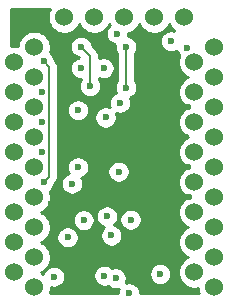
<source format=gbr>
G04 #@! TF.GenerationSoftware,KiCad,Pcbnew,5.1.5+dfsg1-2build2*
G04 #@! TF.CreationDate,2023-07-02T11:19:25+01:00*
G04 #@! TF.ProjectId,hd36106_replacement,68643336-3130-4365-9f72-65706c616365,rev?*
G04 #@! TF.SameCoordinates,Original*
G04 #@! TF.FileFunction,Copper,L3,Inr*
G04 #@! TF.FilePolarity,Positive*
%FSLAX46Y46*%
G04 Gerber Fmt 4.6, Leading zero omitted, Abs format (unit mm)*
G04 Created by KiCad (PCBNEW 5.1.5+dfsg1-2build2) date 2023-07-02 11:19:25*
%MOMM*%
%LPD*%
G04 APERTURE LIST*
%ADD10C,1.524000*%
%ADD11C,0.600000*%
%ADD12C,0.200000*%
%ADD13C,0.254000*%
G04 APERTURE END LIST*
D10*
X119330000Y-88000000D03*
X119330000Y-90540000D03*
X119330000Y-93080000D03*
X119330000Y-95620000D03*
X119330000Y-98160000D03*
X119330000Y-100700000D03*
X119330000Y-103240000D03*
X119330000Y-105780000D03*
X134570000Y-105780000D03*
X134570000Y-103240000D03*
X134570000Y-100700000D03*
X134570000Y-98160000D03*
X134570000Y-95620000D03*
X134570000Y-93080000D03*
X134570000Y-90540000D03*
X134570000Y-88000000D03*
X121000000Y-107070000D03*
X121000000Y-104530000D03*
X121000000Y-101990000D03*
X121000000Y-99450000D03*
X121000000Y-96910000D03*
X121000000Y-94370000D03*
X121000000Y-91830000D03*
X121000000Y-89290000D03*
X121000000Y-86750000D03*
X123540000Y-84210000D03*
X126080000Y-84210000D03*
X128620000Y-84210000D03*
X131160000Y-84210000D03*
X133700000Y-84210000D03*
X136240000Y-86750000D03*
X136240000Y-89290000D03*
X136240000Y-91830000D03*
X136240000Y-94370000D03*
X136240000Y-96910000D03*
X136240000Y-99450000D03*
X136240000Y-101990000D03*
X136240000Y-104530000D03*
X136240000Y-107070000D03*
D11*
X122682000Y-106172000D03*
X131402002Y-107061000D03*
X125452500Y-104671500D03*
X125730000Y-95377000D03*
X124333000Y-89789000D03*
X121666000Y-93091000D03*
X121666000Y-95631000D03*
X121666000Y-90551000D03*
X119253000Y-86233000D03*
X133985000Y-91821000D03*
X122428000Y-100017500D03*
X133858000Y-94361000D03*
X134112000Y-99441000D03*
X133985000Y-96901000D03*
X124402001Y-90678000D03*
X124714000Y-92075000D03*
X124714000Y-96901000D03*
X129159000Y-101346000D03*
X129032000Y-107569000D03*
X123825000Y-102846500D03*
X121793000Y-98171000D03*
X121799998Y-87930121D03*
X126873000Y-88512500D03*
X125183818Y-101384182D03*
X124968000Y-88517100D03*
X126944152Y-106084010D03*
X127531500Y-102682998D03*
X127889000Y-106299000D03*
X131669041Y-105939393D03*
X132588000Y-86233000D03*
X128016000Y-85598000D03*
X128778000Y-90170000D03*
X128778000Y-86687500D03*
X125730000Y-90043000D03*
X124968000Y-86692100D03*
X128143000Y-97282000D03*
X128270000Y-91451500D03*
X133970000Y-86819127D03*
X127041270Y-92691746D03*
X127158968Y-101058225D03*
X124206000Y-98298000D03*
D12*
X129012502Y-104671500D02*
X131402002Y-107061000D01*
X125452500Y-104671500D02*
X129012502Y-104671500D01*
X122092999Y-97871001D02*
X121793000Y-98171000D01*
X122266001Y-97697999D02*
X122092999Y-97871001D01*
X122266001Y-88396124D02*
X122266001Y-97697999D01*
X121799998Y-87930121D02*
X122266001Y-88396124D01*
X128778000Y-90170000D02*
X128778000Y-86687500D01*
X125730000Y-87454100D02*
X124968000Y-86692100D01*
X125730000Y-90043000D02*
X125730000Y-87454100D01*
D13*
G36*
X122301995Y-83548273D02*
G01*
X122196686Y-83802510D01*
X122143000Y-84072408D01*
X122143000Y-84347592D01*
X122196686Y-84617490D01*
X122301995Y-84871727D01*
X122454880Y-85100535D01*
X122649465Y-85295120D01*
X122878273Y-85448005D01*
X123132510Y-85553314D01*
X123402408Y-85607000D01*
X123677592Y-85607000D01*
X123947490Y-85553314D01*
X124201727Y-85448005D01*
X124430535Y-85295120D01*
X124625120Y-85100535D01*
X124778005Y-84871727D01*
X124810000Y-84794485D01*
X124841995Y-84871727D01*
X124994880Y-85100535D01*
X125189465Y-85295120D01*
X125418273Y-85448005D01*
X125672510Y-85553314D01*
X125942408Y-85607000D01*
X126217592Y-85607000D01*
X126487490Y-85553314D01*
X126741727Y-85448005D01*
X126970535Y-85295120D01*
X127165120Y-85100535D01*
X127318005Y-84871727D01*
X127350000Y-84794485D01*
X127381995Y-84871727D01*
X127397211Y-84894499D01*
X127289738Y-85001972D01*
X127187414Y-85155111D01*
X127116932Y-85325271D01*
X127081000Y-85505911D01*
X127081000Y-85690089D01*
X127116932Y-85870729D01*
X127187414Y-86040889D01*
X127289738Y-86194028D01*
X127419972Y-86324262D01*
X127573111Y-86426586D01*
X127743271Y-86497068D01*
X127858022Y-86519894D01*
X127843000Y-86595411D01*
X127843000Y-86779589D01*
X127878932Y-86960229D01*
X127949414Y-87130389D01*
X128043001Y-87270452D01*
X128043000Y-89587049D01*
X127949414Y-89727111D01*
X127878932Y-89897271D01*
X127843000Y-90077911D01*
X127843000Y-90262089D01*
X127878932Y-90442729D01*
X127935048Y-90578206D01*
X127827111Y-90622914D01*
X127673972Y-90725238D01*
X127543738Y-90855472D01*
X127441414Y-91008611D01*
X127370932Y-91178771D01*
X127335000Y-91359411D01*
X127335000Y-91543589D01*
X127370932Y-91724229D01*
X127416947Y-91835320D01*
X127313999Y-91792678D01*
X127133359Y-91756746D01*
X126949181Y-91756746D01*
X126768541Y-91792678D01*
X126598381Y-91863160D01*
X126445242Y-91965484D01*
X126315008Y-92095718D01*
X126212684Y-92248857D01*
X126142202Y-92419017D01*
X126106270Y-92599657D01*
X126106270Y-92783835D01*
X126142202Y-92964475D01*
X126212684Y-93134635D01*
X126315008Y-93287774D01*
X126445242Y-93418008D01*
X126598381Y-93520332D01*
X126768541Y-93590814D01*
X126949181Y-93626746D01*
X127133359Y-93626746D01*
X127313999Y-93590814D01*
X127484159Y-93520332D01*
X127637298Y-93418008D01*
X127767532Y-93287774D01*
X127869856Y-93134635D01*
X127940338Y-92964475D01*
X127976270Y-92783835D01*
X127976270Y-92599657D01*
X127940338Y-92419017D01*
X127894323Y-92307926D01*
X127997271Y-92350568D01*
X128177911Y-92386500D01*
X128362089Y-92386500D01*
X128542729Y-92350568D01*
X128712889Y-92280086D01*
X128866028Y-92177762D01*
X128996262Y-92047528D01*
X129098586Y-91894389D01*
X129169068Y-91724229D01*
X129205000Y-91543589D01*
X129205000Y-91359411D01*
X129169068Y-91178771D01*
X129112952Y-91043294D01*
X129220889Y-90998586D01*
X129374028Y-90896262D01*
X129504262Y-90766028D01*
X129606586Y-90612889D01*
X129677068Y-90442729D01*
X129713000Y-90262089D01*
X129713000Y-90077911D01*
X129677068Y-89897271D01*
X129606586Y-89727111D01*
X129513000Y-89587049D01*
X129513000Y-87270451D01*
X129606586Y-87130389D01*
X129677068Y-86960229D01*
X129713000Y-86779589D01*
X129713000Y-86595411D01*
X129677068Y-86414771D01*
X129606586Y-86244611D01*
X129504262Y-86091472D01*
X129374028Y-85961238D01*
X129220889Y-85858914D01*
X129050729Y-85788432D01*
X128935978Y-85765606D01*
X128951000Y-85690089D01*
X128951000Y-85568529D01*
X129027490Y-85553314D01*
X129281727Y-85448005D01*
X129510535Y-85295120D01*
X129705120Y-85100535D01*
X129858005Y-84871727D01*
X129890000Y-84794485D01*
X129921995Y-84871727D01*
X130074880Y-85100535D01*
X130269465Y-85295120D01*
X130498273Y-85448005D01*
X130752510Y-85553314D01*
X131022408Y-85607000D01*
X131297592Y-85607000D01*
X131567490Y-85553314D01*
X131821727Y-85448005D01*
X132050535Y-85295120D01*
X132245120Y-85100535D01*
X132398005Y-84871727D01*
X132430000Y-84794485D01*
X132461995Y-84871727D01*
X132614880Y-85100535D01*
X132809465Y-85295120D01*
X132878678Y-85341366D01*
X132860729Y-85333932D01*
X132680089Y-85298000D01*
X132495911Y-85298000D01*
X132315271Y-85333932D01*
X132145111Y-85404414D01*
X131991972Y-85506738D01*
X131861738Y-85636972D01*
X131759414Y-85790111D01*
X131688932Y-85960271D01*
X131653000Y-86140911D01*
X131653000Y-86325089D01*
X131688932Y-86505729D01*
X131759414Y-86675889D01*
X131861738Y-86829028D01*
X131991972Y-86959262D01*
X132145111Y-87061586D01*
X132315271Y-87132068D01*
X132495911Y-87168000D01*
X132680089Y-87168000D01*
X132860729Y-87132068D01*
X133030889Y-87061586D01*
X133060919Y-87041520D01*
X133070932Y-87091856D01*
X133141414Y-87262016D01*
X133243738Y-87415155D01*
X133283627Y-87455044D01*
X133226686Y-87592510D01*
X133173000Y-87862408D01*
X133173000Y-88137592D01*
X133226686Y-88407490D01*
X133331995Y-88661727D01*
X133484880Y-88890535D01*
X133679465Y-89085120D01*
X133908273Y-89238005D01*
X133985515Y-89270000D01*
X133908273Y-89301995D01*
X133679465Y-89454880D01*
X133484880Y-89649465D01*
X133331995Y-89878273D01*
X133226686Y-90132510D01*
X133173000Y-90402408D01*
X133173000Y-90677592D01*
X133226686Y-90947490D01*
X133331995Y-91201727D01*
X133484880Y-91430535D01*
X133679465Y-91625120D01*
X133908273Y-91778005D01*
X133985515Y-91810000D01*
X133908273Y-91841995D01*
X133679465Y-91994880D01*
X133484880Y-92189465D01*
X133331995Y-92418273D01*
X133226686Y-92672510D01*
X133173000Y-92942408D01*
X133173000Y-93217592D01*
X133226686Y-93487490D01*
X133331995Y-93741727D01*
X133484880Y-93970535D01*
X133679465Y-94165120D01*
X133908273Y-94318005D01*
X133985515Y-94350000D01*
X133908273Y-94381995D01*
X133679465Y-94534880D01*
X133484880Y-94729465D01*
X133331995Y-94958273D01*
X133226686Y-95212510D01*
X133173000Y-95482408D01*
X133173000Y-95757592D01*
X133226686Y-96027490D01*
X133331995Y-96281727D01*
X133484880Y-96510535D01*
X133679465Y-96705120D01*
X133908273Y-96858005D01*
X133985515Y-96890000D01*
X133908273Y-96921995D01*
X133679465Y-97074880D01*
X133484880Y-97269465D01*
X133331995Y-97498273D01*
X133226686Y-97752510D01*
X133173000Y-98022408D01*
X133173000Y-98297592D01*
X133226686Y-98567490D01*
X133331995Y-98821727D01*
X133484880Y-99050535D01*
X133679465Y-99245120D01*
X133908273Y-99398005D01*
X133985515Y-99430000D01*
X133908273Y-99461995D01*
X133679465Y-99614880D01*
X133484880Y-99809465D01*
X133331995Y-100038273D01*
X133226686Y-100292510D01*
X133173000Y-100562408D01*
X133173000Y-100837592D01*
X133226686Y-101107490D01*
X133331995Y-101361727D01*
X133484880Y-101590535D01*
X133679465Y-101785120D01*
X133908273Y-101938005D01*
X133985515Y-101970000D01*
X133908273Y-102001995D01*
X133679465Y-102154880D01*
X133484880Y-102349465D01*
X133331995Y-102578273D01*
X133226686Y-102832510D01*
X133173000Y-103102408D01*
X133173000Y-103377592D01*
X133226686Y-103647490D01*
X133331995Y-103901727D01*
X133484880Y-104130535D01*
X133679465Y-104325120D01*
X133908273Y-104478005D01*
X133985515Y-104510000D01*
X133908273Y-104541995D01*
X133679465Y-104694880D01*
X133484880Y-104889465D01*
X133331995Y-105118273D01*
X133226686Y-105372510D01*
X133173000Y-105642408D01*
X133173000Y-105917592D01*
X133226686Y-106187490D01*
X133331995Y-106441727D01*
X133484880Y-106670535D01*
X133679465Y-106865120D01*
X133908273Y-107018005D01*
X134162510Y-107123314D01*
X134432408Y-107177000D01*
X134707592Y-107177000D01*
X134843000Y-107150066D01*
X134843000Y-107207592D01*
X134896686Y-107477490D01*
X134924235Y-107544000D01*
X129967000Y-107544000D01*
X129967000Y-107476911D01*
X129931068Y-107296271D01*
X129860586Y-107126111D01*
X129758262Y-106972972D01*
X129628028Y-106842738D01*
X129474889Y-106740414D01*
X129304729Y-106669932D01*
X129124089Y-106634000D01*
X128939911Y-106634000D01*
X128759271Y-106669932D01*
X128744931Y-106675872D01*
X128788068Y-106571729D01*
X128824000Y-106391089D01*
X128824000Y-106206911D01*
X128788068Y-106026271D01*
X128717586Y-105856111D01*
X128711702Y-105847304D01*
X130734041Y-105847304D01*
X130734041Y-106031482D01*
X130769973Y-106212122D01*
X130840455Y-106382282D01*
X130942779Y-106535421D01*
X131073013Y-106665655D01*
X131226152Y-106767979D01*
X131396312Y-106838461D01*
X131576952Y-106874393D01*
X131761130Y-106874393D01*
X131941770Y-106838461D01*
X132111930Y-106767979D01*
X132265069Y-106665655D01*
X132395303Y-106535421D01*
X132497627Y-106382282D01*
X132568109Y-106212122D01*
X132604041Y-106031482D01*
X132604041Y-105847304D01*
X132568109Y-105666664D01*
X132497627Y-105496504D01*
X132395303Y-105343365D01*
X132265069Y-105213131D01*
X132111930Y-105110807D01*
X131941770Y-105040325D01*
X131761130Y-105004393D01*
X131576952Y-105004393D01*
X131396312Y-105040325D01*
X131226152Y-105110807D01*
X131073013Y-105213131D01*
X130942779Y-105343365D01*
X130840455Y-105496504D01*
X130769973Y-105666664D01*
X130734041Y-105847304D01*
X128711702Y-105847304D01*
X128615262Y-105702972D01*
X128485028Y-105572738D01*
X128331889Y-105470414D01*
X128161729Y-105399932D01*
X127981089Y-105364000D01*
X127796911Y-105364000D01*
X127616271Y-105399932D01*
X127592295Y-105409863D01*
X127540180Y-105357748D01*
X127387041Y-105255424D01*
X127216881Y-105184942D01*
X127036241Y-105149010D01*
X126852063Y-105149010D01*
X126671423Y-105184942D01*
X126501263Y-105255424D01*
X126348124Y-105357748D01*
X126217890Y-105487982D01*
X126115566Y-105641121D01*
X126045084Y-105811281D01*
X126009152Y-105991921D01*
X126009152Y-106176099D01*
X126045084Y-106356739D01*
X126115566Y-106526899D01*
X126217890Y-106680038D01*
X126348124Y-106810272D01*
X126501263Y-106912596D01*
X126671423Y-106983078D01*
X126852063Y-107019010D01*
X127036241Y-107019010D01*
X127216881Y-106983078D01*
X127240857Y-106973147D01*
X127292972Y-107025262D01*
X127446111Y-107127586D01*
X127616271Y-107198068D01*
X127796911Y-107234000D01*
X127981089Y-107234000D01*
X128161729Y-107198068D01*
X128176069Y-107192128D01*
X128132932Y-107296271D01*
X128097000Y-107476911D01*
X128097000Y-107544000D01*
X122315765Y-107544000D01*
X122343314Y-107477490D01*
X122397000Y-107207592D01*
X122397000Y-107065985D01*
X122409271Y-107071068D01*
X122589911Y-107107000D01*
X122774089Y-107107000D01*
X122954729Y-107071068D01*
X123124889Y-107000586D01*
X123278028Y-106898262D01*
X123408262Y-106768028D01*
X123510586Y-106614889D01*
X123581068Y-106444729D01*
X123617000Y-106264089D01*
X123617000Y-106079911D01*
X123581068Y-105899271D01*
X123510586Y-105729111D01*
X123408262Y-105575972D01*
X123278028Y-105445738D01*
X123124889Y-105343414D01*
X122954729Y-105272932D01*
X122774089Y-105237000D01*
X122589911Y-105237000D01*
X122409271Y-105272932D01*
X122239111Y-105343414D01*
X122085972Y-105445738D01*
X121955738Y-105575972D01*
X121853414Y-105729111D01*
X121782932Y-105899271D01*
X121780525Y-105911373D01*
X121661727Y-105831995D01*
X121584485Y-105800000D01*
X121661727Y-105768005D01*
X121890535Y-105615120D01*
X122085120Y-105420535D01*
X122238005Y-105191727D01*
X122343314Y-104937490D01*
X122397000Y-104667592D01*
X122397000Y-104392408D01*
X122343314Y-104122510D01*
X122238005Y-103868273D01*
X122085120Y-103639465D01*
X121890535Y-103444880D01*
X121661727Y-103291995D01*
X121584485Y-103260000D01*
X121661727Y-103228005D01*
X121890535Y-103075120D01*
X122085120Y-102880535D01*
X122169393Y-102754411D01*
X122890000Y-102754411D01*
X122890000Y-102938589D01*
X122925932Y-103119229D01*
X122996414Y-103289389D01*
X123098738Y-103442528D01*
X123228972Y-103572762D01*
X123382111Y-103675086D01*
X123552271Y-103745568D01*
X123732911Y-103781500D01*
X123917089Y-103781500D01*
X124097729Y-103745568D01*
X124267889Y-103675086D01*
X124421028Y-103572762D01*
X124551262Y-103442528D01*
X124653586Y-103289389D01*
X124724068Y-103119229D01*
X124760000Y-102938589D01*
X124760000Y-102754411D01*
X124724068Y-102573771D01*
X124653586Y-102403611D01*
X124551262Y-102250472D01*
X124421028Y-102120238D01*
X124267889Y-102017914D01*
X124097729Y-101947432D01*
X123917089Y-101911500D01*
X123732911Y-101911500D01*
X123552271Y-101947432D01*
X123382111Y-102017914D01*
X123228972Y-102120238D01*
X123098738Y-102250472D01*
X122996414Y-102403611D01*
X122925932Y-102573771D01*
X122890000Y-102754411D01*
X122169393Y-102754411D01*
X122238005Y-102651727D01*
X122343314Y-102397490D01*
X122397000Y-102127592D01*
X122397000Y-101852408D01*
X122343314Y-101582510D01*
X122238005Y-101328273D01*
X122213831Y-101292093D01*
X124248818Y-101292093D01*
X124248818Y-101476271D01*
X124284750Y-101656911D01*
X124355232Y-101827071D01*
X124457556Y-101980210D01*
X124587790Y-102110444D01*
X124740929Y-102212768D01*
X124911089Y-102283250D01*
X125091729Y-102319182D01*
X125275907Y-102319182D01*
X125456547Y-102283250D01*
X125626707Y-102212768D01*
X125779846Y-102110444D01*
X125910080Y-101980210D01*
X126012404Y-101827071D01*
X126082886Y-101656911D01*
X126118818Y-101476271D01*
X126118818Y-101292093D01*
X126082886Y-101111453D01*
X126022695Y-100966136D01*
X126223968Y-100966136D01*
X126223968Y-101150314D01*
X126259900Y-101330954D01*
X126330382Y-101501114D01*
X126432706Y-101654253D01*
X126562940Y-101784487D01*
X126716079Y-101886811D01*
X126886239Y-101957293D01*
X126926839Y-101965369D01*
X126805238Y-102086970D01*
X126702914Y-102240109D01*
X126632432Y-102410269D01*
X126596500Y-102590909D01*
X126596500Y-102775087D01*
X126632432Y-102955727D01*
X126702914Y-103125887D01*
X126805238Y-103279026D01*
X126935472Y-103409260D01*
X127088611Y-103511584D01*
X127258771Y-103582066D01*
X127439411Y-103617998D01*
X127623589Y-103617998D01*
X127804229Y-103582066D01*
X127974389Y-103511584D01*
X128127528Y-103409260D01*
X128257762Y-103279026D01*
X128360086Y-103125887D01*
X128430568Y-102955727D01*
X128466500Y-102775087D01*
X128466500Y-102590909D01*
X128430568Y-102410269D01*
X128360086Y-102240109D01*
X128257762Y-102086970D01*
X128127528Y-101956736D01*
X127974389Y-101854412D01*
X127804229Y-101783930D01*
X127763629Y-101775854D01*
X127885230Y-101654253D01*
X127987554Y-101501114D01*
X128058036Y-101330954D01*
X128073361Y-101253911D01*
X128224000Y-101253911D01*
X128224000Y-101438089D01*
X128259932Y-101618729D01*
X128330414Y-101788889D01*
X128432738Y-101942028D01*
X128562972Y-102072262D01*
X128716111Y-102174586D01*
X128886271Y-102245068D01*
X129066911Y-102281000D01*
X129251089Y-102281000D01*
X129431729Y-102245068D01*
X129601889Y-102174586D01*
X129755028Y-102072262D01*
X129885262Y-101942028D01*
X129987586Y-101788889D01*
X130058068Y-101618729D01*
X130094000Y-101438089D01*
X130094000Y-101253911D01*
X130058068Y-101073271D01*
X129987586Y-100903111D01*
X129885262Y-100749972D01*
X129755028Y-100619738D01*
X129601889Y-100517414D01*
X129431729Y-100446932D01*
X129251089Y-100411000D01*
X129066911Y-100411000D01*
X128886271Y-100446932D01*
X128716111Y-100517414D01*
X128562972Y-100619738D01*
X128432738Y-100749972D01*
X128330414Y-100903111D01*
X128259932Y-101073271D01*
X128224000Y-101253911D01*
X128073361Y-101253911D01*
X128093968Y-101150314D01*
X128093968Y-100966136D01*
X128058036Y-100785496D01*
X127987554Y-100615336D01*
X127885230Y-100462197D01*
X127754996Y-100331963D01*
X127601857Y-100229639D01*
X127431697Y-100159157D01*
X127251057Y-100123225D01*
X127066879Y-100123225D01*
X126886239Y-100159157D01*
X126716079Y-100229639D01*
X126562940Y-100331963D01*
X126432706Y-100462197D01*
X126330382Y-100615336D01*
X126259900Y-100785496D01*
X126223968Y-100966136D01*
X126022695Y-100966136D01*
X126012404Y-100941293D01*
X125910080Y-100788154D01*
X125779846Y-100657920D01*
X125626707Y-100555596D01*
X125456547Y-100485114D01*
X125275907Y-100449182D01*
X125091729Y-100449182D01*
X124911089Y-100485114D01*
X124740929Y-100555596D01*
X124587790Y-100657920D01*
X124457556Y-100788154D01*
X124355232Y-100941293D01*
X124284750Y-101111453D01*
X124248818Y-101292093D01*
X122213831Y-101292093D01*
X122085120Y-101099465D01*
X121890535Y-100904880D01*
X121661727Y-100751995D01*
X121584485Y-100720000D01*
X121661727Y-100688005D01*
X121890535Y-100535120D01*
X122085120Y-100340535D01*
X122238005Y-100111727D01*
X122343314Y-99857490D01*
X122397000Y-99587592D01*
X122397000Y-99312408D01*
X122343314Y-99042510D01*
X122306102Y-98952672D01*
X122389028Y-98897262D01*
X122519262Y-98767028D01*
X122621586Y-98613889D01*
X122692068Y-98443729D01*
X122724932Y-98278514D01*
X122760188Y-98243258D01*
X122788239Y-98220237D01*
X122799996Y-98205911D01*
X123271000Y-98205911D01*
X123271000Y-98390089D01*
X123306932Y-98570729D01*
X123377414Y-98740889D01*
X123479738Y-98894028D01*
X123609972Y-99024262D01*
X123763111Y-99126586D01*
X123933271Y-99197068D01*
X124113911Y-99233000D01*
X124298089Y-99233000D01*
X124478729Y-99197068D01*
X124648889Y-99126586D01*
X124802028Y-99024262D01*
X124932262Y-98894028D01*
X125034586Y-98740889D01*
X125105068Y-98570729D01*
X125141000Y-98390089D01*
X125141000Y-98205911D01*
X125105068Y-98025271D01*
X125034586Y-97855111D01*
X124995406Y-97796474D01*
X125156889Y-97729586D01*
X125310028Y-97627262D01*
X125440262Y-97497028D01*
X125542586Y-97343889D01*
X125606365Y-97189911D01*
X127208000Y-97189911D01*
X127208000Y-97374089D01*
X127243932Y-97554729D01*
X127314414Y-97724889D01*
X127416738Y-97878028D01*
X127546972Y-98008262D01*
X127700111Y-98110586D01*
X127870271Y-98181068D01*
X128050911Y-98217000D01*
X128235089Y-98217000D01*
X128415729Y-98181068D01*
X128585889Y-98110586D01*
X128739028Y-98008262D01*
X128869262Y-97878028D01*
X128971586Y-97724889D01*
X129042068Y-97554729D01*
X129078000Y-97374089D01*
X129078000Y-97189911D01*
X129042068Y-97009271D01*
X128971586Y-96839111D01*
X128869262Y-96685972D01*
X128739028Y-96555738D01*
X128585889Y-96453414D01*
X128415729Y-96382932D01*
X128235089Y-96347000D01*
X128050911Y-96347000D01*
X127870271Y-96382932D01*
X127700111Y-96453414D01*
X127546972Y-96555738D01*
X127416738Y-96685972D01*
X127314414Y-96839111D01*
X127243932Y-97009271D01*
X127208000Y-97189911D01*
X125606365Y-97189911D01*
X125613068Y-97173729D01*
X125649000Y-96993089D01*
X125649000Y-96808911D01*
X125613068Y-96628271D01*
X125542586Y-96458111D01*
X125440262Y-96304972D01*
X125310028Y-96174738D01*
X125156889Y-96072414D01*
X124986729Y-96001932D01*
X124806089Y-95966000D01*
X124621911Y-95966000D01*
X124441271Y-96001932D01*
X124271111Y-96072414D01*
X124117972Y-96174738D01*
X123987738Y-96304972D01*
X123885414Y-96458111D01*
X123814932Y-96628271D01*
X123779000Y-96808911D01*
X123779000Y-96993089D01*
X123814932Y-97173729D01*
X123885414Y-97343889D01*
X123924594Y-97402526D01*
X123763111Y-97469414D01*
X123609972Y-97571738D01*
X123479738Y-97701972D01*
X123377414Y-97855111D01*
X123306932Y-98025271D01*
X123271000Y-98205911D01*
X122799996Y-98205911D01*
X122880088Y-98108319D01*
X122948338Y-97980632D01*
X122990366Y-97842084D01*
X123001001Y-97734104D01*
X123004557Y-97697999D01*
X123001001Y-97661894D01*
X123001001Y-91982911D01*
X123779000Y-91982911D01*
X123779000Y-92167089D01*
X123814932Y-92347729D01*
X123885414Y-92517889D01*
X123987738Y-92671028D01*
X124117972Y-92801262D01*
X124271111Y-92903586D01*
X124441271Y-92974068D01*
X124621911Y-93010000D01*
X124806089Y-93010000D01*
X124986729Y-92974068D01*
X125156889Y-92903586D01*
X125310028Y-92801262D01*
X125440262Y-92671028D01*
X125542586Y-92517889D01*
X125613068Y-92347729D01*
X125649000Y-92167089D01*
X125649000Y-91982911D01*
X125613068Y-91802271D01*
X125542586Y-91632111D01*
X125440262Y-91478972D01*
X125310028Y-91348738D01*
X125156889Y-91246414D01*
X124986729Y-91175932D01*
X124806089Y-91140000D01*
X124621911Y-91140000D01*
X124441271Y-91175932D01*
X124271111Y-91246414D01*
X124117972Y-91348738D01*
X123987738Y-91478972D01*
X123885414Y-91632111D01*
X123814932Y-91802271D01*
X123779000Y-91982911D01*
X123001001Y-91982911D01*
X123001001Y-88432229D01*
X123004557Y-88396124D01*
X122990366Y-88252039D01*
X122988040Y-88244371D01*
X122948338Y-88113491D01*
X122880088Y-87985804D01*
X122788238Y-87873886D01*
X122760193Y-87850870D01*
X122731930Y-87822607D01*
X122699066Y-87657392D01*
X122628584Y-87487232D01*
X122526260Y-87334093D01*
X122396026Y-87203859D01*
X122339697Y-87166221D01*
X122343314Y-87157490D01*
X122397000Y-86887592D01*
X122397000Y-86612408D01*
X122394535Y-86600011D01*
X124033000Y-86600011D01*
X124033000Y-86784189D01*
X124068932Y-86964829D01*
X124139414Y-87134989D01*
X124241738Y-87288128D01*
X124371972Y-87418362D01*
X124525111Y-87520686D01*
X124695271Y-87591168D01*
X124762797Y-87604600D01*
X124695271Y-87618032D01*
X124525111Y-87688514D01*
X124371972Y-87790838D01*
X124241738Y-87921072D01*
X124139414Y-88074211D01*
X124068932Y-88244371D01*
X124033000Y-88425011D01*
X124033000Y-88609189D01*
X124068932Y-88789829D01*
X124139414Y-88959989D01*
X124241738Y-89113128D01*
X124371972Y-89243362D01*
X124525111Y-89345686D01*
X124695271Y-89416168D01*
X124875911Y-89452100D01*
X124995000Y-89452100D01*
X124995000Y-89460049D01*
X124901414Y-89600111D01*
X124830932Y-89770271D01*
X124795000Y-89950911D01*
X124795000Y-90135089D01*
X124830932Y-90315729D01*
X124901414Y-90485889D01*
X125003738Y-90639028D01*
X125133972Y-90769262D01*
X125287111Y-90871586D01*
X125457271Y-90942068D01*
X125637911Y-90978000D01*
X125822089Y-90978000D01*
X126002729Y-90942068D01*
X126172889Y-90871586D01*
X126326028Y-90769262D01*
X126456262Y-90639028D01*
X126558586Y-90485889D01*
X126629068Y-90315729D01*
X126665000Y-90135089D01*
X126665000Y-89950911D01*
X126629068Y-89770271D01*
X126558586Y-89600111D01*
X126465000Y-89460049D01*
X126465000Y-89355537D01*
X126600271Y-89411568D01*
X126780911Y-89447500D01*
X126965089Y-89447500D01*
X127145729Y-89411568D01*
X127315889Y-89341086D01*
X127469028Y-89238762D01*
X127599262Y-89108528D01*
X127701586Y-88955389D01*
X127772068Y-88785229D01*
X127808000Y-88604589D01*
X127808000Y-88420411D01*
X127772068Y-88239771D01*
X127701586Y-88069611D01*
X127599262Y-87916472D01*
X127469028Y-87786238D01*
X127315889Y-87683914D01*
X127145729Y-87613432D01*
X126965089Y-87577500D01*
X126780911Y-87577500D01*
X126600271Y-87613432D01*
X126465000Y-87669463D01*
X126465000Y-87490205D01*
X126468556Y-87454100D01*
X126454365Y-87310015D01*
X126412337Y-87171466D01*
X126344087Y-87043780D01*
X126275253Y-86959906D01*
X126252238Y-86931862D01*
X126224193Y-86908846D01*
X125899932Y-86584585D01*
X125867068Y-86419371D01*
X125796586Y-86249211D01*
X125694262Y-86096072D01*
X125564028Y-85965838D01*
X125410889Y-85863514D01*
X125240729Y-85793032D01*
X125060089Y-85757100D01*
X124875911Y-85757100D01*
X124695271Y-85793032D01*
X124525111Y-85863514D01*
X124371972Y-85965838D01*
X124241738Y-86096072D01*
X124139414Y-86249211D01*
X124068932Y-86419371D01*
X124033000Y-86600011D01*
X122394535Y-86600011D01*
X122343314Y-86342510D01*
X122238005Y-86088273D01*
X122085120Y-85859465D01*
X121890535Y-85664880D01*
X121661727Y-85511995D01*
X121407490Y-85406686D01*
X121137592Y-85353000D01*
X120862408Y-85353000D01*
X120592510Y-85406686D01*
X120338273Y-85511995D01*
X120109465Y-85664880D01*
X119914880Y-85859465D01*
X119761995Y-86088273D01*
X119656686Y-86342510D01*
X119603000Y-86612408D01*
X119603000Y-86628378D01*
X119532865Y-86610977D01*
X119257983Y-86598090D01*
X119024000Y-86633334D01*
X119024000Y-83464000D01*
X122358305Y-83464000D01*
X122301995Y-83548273D01*
G37*
X122301995Y-83548273D02*
X122196686Y-83802510D01*
X122143000Y-84072408D01*
X122143000Y-84347592D01*
X122196686Y-84617490D01*
X122301995Y-84871727D01*
X122454880Y-85100535D01*
X122649465Y-85295120D01*
X122878273Y-85448005D01*
X123132510Y-85553314D01*
X123402408Y-85607000D01*
X123677592Y-85607000D01*
X123947490Y-85553314D01*
X124201727Y-85448005D01*
X124430535Y-85295120D01*
X124625120Y-85100535D01*
X124778005Y-84871727D01*
X124810000Y-84794485D01*
X124841995Y-84871727D01*
X124994880Y-85100535D01*
X125189465Y-85295120D01*
X125418273Y-85448005D01*
X125672510Y-85553314D01*
X125942408Y-85607000D01*
X126217592Y-85607000D01*
X126487490Y-85553314D01*
X126741727Y-85448005D01*
X126970535Y-85295120D01*
X127165120Y-85100535D01*
X127318005Y-84871727D01*
X127350000Y-84794485D01*
X127381995Y-84871727D01*
X127397211Y-84894499D01*
X127289738Y-85001972D01*
X127187414Y-85155111D01*
X127116932Y-85325271D01*
X127081000Y-85505911D01*
X127081000Y-85690089D01*
X127116932Y-85870729D01*
X127187414Y-86040889D01*
X127289738Y-86194028D01*
X127419972Y-86324262D01*
X127573111Y-86426586D01*
X127743271Y-86497068D01*
X127858022Y-86519894D01*
X127843000Y-86595411D01*
X127843000Y-86779589D01*
X127878932Y-86960229D01*
X127949414Y-87130389D01*
X128043001Y-87270452D01*
X128043000Y-89587049D01*
X127949414Y-89727111D01*
X127878932Y-89897271D01*
X127843000Y-90077911D01*
X127843000Y-90262089D01*
X127878932Y-90442729D01*
X127935048Y-90578206D01*
X127827111Y-90622914D01*
X127673972Y-90725238D01*
X127543738Y-90855472D01*
X127441414Y-91008611D01*
X127370932Y-91178771D01*
X127335000Y-91359411D01*
X127335000Y-91543589D01*
X127370932Y-91724229D01*
X127416947Y-91835320D01*
X127313999Y-91792678D01*
X127133359Y-91756746D01*
X126949181Y-91756746D01*
X126768541Y-91792678D01*
X126598381Y-91863160D01*
X126445242Y-91965484D01*
X126315008Y-92095718D01*
X126212684Y-92248857D01*
X126142202Y-92419017D01*
X126106270Y-92599657D01*
X126106270Y-92783835D01*
X126142202Y-92964475D01*
X126212684Y-93134635D01*
X126315008Y-93287774D01*
X126445242Y-93418008D01*
X126598381Y-93520332D01*
X126768541Y-93590814D01*
X126949181Y-93626746D01*
X127133359Y-93626746D01*
X127313999Y-93590814D01*
X127484159Y-93520332D01*
X127637298Y-93418008D01*
X127767532Y-93287774D01*
X127869856Y-93134635D01*
X127940338Y-92964475D01*
X127976270Y-92783835D01*
X127976270Y-92599657D01*
X127940338Y-92419017D01*
X127894323Y-92307926D01*
X127997271Y-92350568D01*
X128177911Y-92386500D01*
X128362089Y-92386500D01*
X128542729Y-92350568D01*
X128712889Y-92280086D01*
X128866028Y-92177762D01*
X128996262Y-92047528D01*
X129098586Y-91894389D01*
X129169068Y-91724229D01*
X129205000Y-91543589D01*
X129205000Y-91359411D01*
X129169068Y-91178771D01*
X129112952Y-91043294D01*
X129220889Y-90998586D01*
X129374028Y-90896262D01*
X129504262Y-90766028D01*
X129606586Y-90612889D01*
X129677068Y-90442729D01*
X129713000Y-90262089D01*
X129713000Y-90077911D01*
X129677068Y-89897271D01*
X129606586Y-89727111D01*
X129513000Y-89587049D01*
X129513000Y-87270451D01*
X129606586Y-87130389D01*
X129677068Y-86960229D01*
X129713000Y-86779589D01*
X129713000Y-86595411D01*
X129677068Y-86414771D01*
X129606586Y-86244611D01*
X129504262Y-86091472D01*
X129374028Y-85961238D01*
X129220889Y-85858914D01*
X129050729Y-85788432D01*
X128935978Y-85765606D01*
X128951000Y-85690089D01*
X128951000Y-85568529D01*
X129027490Y-85553314D01*
X129281727Y-85448005D01*
X129510535Y-85295120D01*
X129705120Y-85100535D01*
X129858005Y-84871727D01*
X129890000Y-84794485D01*
X129921995Y-84871727D01*
X130074880Y-85100535D01*
X130269465Y-85295120D01*
X130498273Y-85448005D01*
X130752510Y-85553314D01*
X131022408Y-85607000D01*
X131297592Y-85607000D01*
X131567490Y-85553314D01*
X131821727Y-85448005D01*
X132050535Y-85295120D01*
X132245120Y-85100535D01*
X132398005Y-84871727D01*
X132430000Y-84794485D01*
X132461995Y-84871727D01*
X132614880Y-85100535D01*
X132809465Y-85295120D01*
X132878678Y-85341366D01*
X132860729Y-85333932D01*
X132680089Y-85298000D01*
X132495911Y-85298000D01*
X132315271Y-85333932D01*
X132145111Y-85404414D01*
X131991972Y-85506738D01*
X131861738Y-85636972D01*
X131759414Y-85790111D01*
X131688932Y-85960271D01*
X131653000Y-86140911D01*
X131653000Y-86325089D01*
X131688932Y-86505729D01*
X131759414Y-86675889D01*
X131861738Y-86829028D01*
X131991972Y-86959262D01*
X132145111Y-87061586D01*
X132315271Y-87132068D01*
X132495911Y-87168000D01*
X132680089Y-87168000D01*
X132860729Y-87132068D01*
X133030889Y-87061586D01*
X133060919Y-87041520D01*
X133070932Y-87091856D01*
X133141414Y-87262016D01*
X133243738Y-87415155D01*
X133283627Y-87455044D01*
X133226686Y-87592510D01*
X133173000Y-87862408D01*
X133173000Y-88137592D01*
X133226686Y-88407490D01*
X133331995Y-88661727D01*
X133484880Y-88890535D01*
X133679465Y-89085120D01*
X133908273Y-89238005D01*
X133985515Y-89270000D01*
X133908273Y-89301995D01*
X133679465Y-89454880D01*
X133484880Y-89649465D01*
X133331995Y-89878273D01*
X133226686Y-90132510D01*
X133173000Y-90402408D01*
X133173000Y-90677592D01*
X133226686Y-90947490D01*
X133331995Y-91201727D01*
X133484880Y-91430535D01*
X133679465Y-91625120D01*
X133908273Y-91778005D01*
X133985515Y-91810000D01*
X133908273Y-91841995D01*
X133679465Y-91994880D01*
X133484880Y-92189465D01*
X133331995Y-92418273D01*
X133226686Y-92672510D01*
X133173000Y-92942408D01*
X133173000Y-93217592D01*
X133226686Y-93487490D01*
X133331995Y-93741727D01*
X133484880Y-93970535D01*
X133679465Y-94165120D01*
X133908273Y-94318005D01*
X133985515Y-94350000D01*
X133908273Y-94381995D01*
X133679465Y-94534880D01*
X133484880Y-94729465D01*
X133331995Y-94958273D01*
X133226686Y-95212510D01*
X133173000Y-95482408D01*
X133173000Y-95757592D01*
X133226686Y-96027490D01*
X133331995Y-96281727D01*
X133484880Y-96510535D01*
X133679465Y-96705120D01*
X133908273Y-96858005D01*
X133985515Y-96890000D01*
X133908273Y-96921995D01*
X133679465Y-97074880D01*
X133484880Y-97269465D01*
X133331995Y-97498273D01*
X133226686Y-97752510D01*
X133173000Y-98022408D01*
X133173000Y-98297592D01*
X133226686Y-98567490D01*
X133331995Y-98821727D01*
X133484880Y-99050535D01*
X133679465Y-99245120D01*
X133908273Y-99398005D01*
X133985515Y-99430000D01*
X133908273Y-99461995D01*
X133679465Y-99614880D01*
X133484880Y-99809465D01*
X133331995Y-100038273D01*
X133226686Y-100292510D01*
X133173000Y-100562408D01*
X133173000Y-100837592D01*
X133226686Y-101107490D01*
X133331995Y-101361727D01*
X133484880Y-101590535D01*
X133679465Y-101785120D01*
X133908273Y-101938005D01*
X133985515Y-101970000D01*
X133908273Y-102001995D01*
X133679465Y-102154880D01*
X133484880Y-102349465D01*
X133331995Y-102578273D01*
X133226686Y-102832510D01*
X133173000Y-103102408D01*
X133173000Y-103377592D01*
X133226686Y-103647490D01*
X133331995Y-103901727D01*
X133484880Y-104130535D01*
X133679465Y-104325120D01*
X133908273Y-104478005D01*
X133985515Y-104510000D01*
X133908273Y-104541995D01*
X133679465Y-104694880D01*
X133484880Y-104889465D01*
X133331995Y-105118273D01*
X133226686Y-105372510D01*
X133173000Y-105642408D01*
X133173000Y-105917592D01*
X133226686Y-106187490D01*
X133331995Y-106441727D01*
X133484880Y-106670535D01*
X133679465Y-106865120D01*
X133908273Y-107018005D01*
X134162510Y-107123314D01*
X134432408Y-107177000D01*
X134707592Y-107177000D01*
X134843000Y-107150066D01*
X134843000Y-107207592D01*
X134896686Y-107477490D01*
X134924235Y-107544000D01*
X129967000Y-107544000D01*
X129967000Y-107476911D01*
X129931068Y-107296271D01*
X129860586Y-107126111D01*
X129758262Y-106972972D01*
X129628028Y-106842738D01*
X129474889Y-106740414D01*
X129304729Y-106669932D01*
X129124089Y-106634000D01*
X128939911Y-106634000D01*
X128759271Y-106669932D01*
X128744931Y-106675872D01*
X128788068Y-106571729D01*
X128824000Y-106391089D01*
X128824000Y-106206911D01*
X128788068Y-106026271D01*
X128717586Y-105856111D01*
X128711702Y-105847304D01*
X130734041Y-105847304D01*
X130734041Y-106031482D01*
X130769973Y-106212122D01*
X130840455Y-106382282D01*
X130942779Y-106535421D01*
X131073013Y-106665655D01*
X131226152Y-106767979D01*
X131396312Y-106838461D01*
X131576952Y-106874393D01*
X131761130Y-106874393D01*
X131941770Y-106838461D01*
X132111930Y-106767979D01*
X132265069Y-106665655D01*
X132395303Y-106535421D01*
X132497627Y-106382282D01*
X132568109Y-106212122D01*
X132604041Y-106031482D01*
X132604041Y-105847304D01*
X132568109Y-105666664D01*
X132497627Y-105496504D01*
X132395303Y-105343365D01*
X132265069Y-105213131D01*
X132111930Y-105110807D01*
X131941770Y-105040325D01*
X131761130Y-105004393D01*
X131576952Y-105004393D01*
X131396312Y-105040325D01*
X131226152Y-105110807D01*
X131073013Y-105213131D01*
X130942779Y-105343365D01*
X130840455Y-105496504D01*
X130769973Y-105666664D01*
X130734041Y-105847304D01*
X128711702Y-105847304D01*
X128615262Y-105702972D01*
X128485028Y-105572738D01*
X128331889Y-105470414D01*
X128161729Y-105399932D01*
X127981089Y-105364000D01*
X127796911Y-105364000D01*
X127616271Y-105399932D01*
X127592295Y-105409863D01*
X127540180Y-105357748D01*
X127387041Y-105255424D01*
X127216881Y-105184942D01*
X127036241Y-105149010D01*
X126852063Y-105149010D01*
X126671423Y-105184942D01*
X126501263Y-105255424D01*
X126348124Y-105357748D01*
X126217890Y-105487982D01*
X126115566Y-105641121D01*
X126045084Y-105811281D01*
X126009152Y-105991921D01*
X126009152Y-106176099D01*
X126045084Y-106356739D01*
X126115566Y-106526899D01*
X126217890Y-106680038D01*
X126348124Y-106810272D01*
X126501263Y-106912596D01*
X126671423Y-106983078D01*
X126852063Y-107019010D01*
X127036241Y-107019010D01*
X127216881Y-106983078D01*
X127240857Y-106973147D01*
X127292972Y-107025262D01*
X127446111Y-107127586D01*
X127616271Y-107198068D01*
X127796911Y-107234000D01*
X127981089Y-107234000D01*
X128161729Y-107198068D01*
X128176069Y-107192128D01*
X128132932Y-107296271D01*
X128097000Y-107476911D01*
X128097000Y-107544000D01*
X122315765Y-107544000D01*
X122343314Y-107477490D01*
X122397000Y-107207592D01*
X122397000Y-107065985D01*
X122409271Y-107071068D01*
X122589911Y-107107000D01*
X122774089Y-107107000D01*
X122954729Y-107071068D01*
X123124889Y-107000586D01*
X123278028Y-106898262D01*
X123408262Y-106768028D01*
X123510586Y-106614889D01*
X123581068Y-106444729D01*
X123617000Y-106264089D01*
X123617000Y-106079911D01*
X123581068Y-105899271D01*
X123510586Y-105729111D01*
X123408262Y-105575972D01*
X123278028Y-105445738D01*
X123124889Y-105343414D01*
X122954729Y-105272932D01*
X122774089Y-105237000D01*
X122589911Y-105237000D01*
X122409271Y-105272932D01*
X122239111Y-105343414D01*
X122085972Y-105445738D01*
X121955738Y-105575972D01*
X121853414Y-105729111D01*
X121782932Y-105899271D01*
X121780525Y-105911373D01*
X121661727Y-105831995D01*
X121584485Y-105800000D01*
X121661727Y-105768005D01*
X121890535Y-105615120D01*
X122085120Y-105420535D01*
X122238005Y-105191727D01*
X122343314Y-104937490D01*
X122397000Y-104667592D01*
X122397000Y-104392408D01*
X122343314Y-104122510D01*
X122238005Y-103868273D01*
X122085120Y-103639465D01*
X121890535Y-103444880D01*
X121661727Y-103291995D01*
X121584485Y-103260000D01*
X121661727Y-103228005D01*
X121890535Y-103075120D01*
X122085120Y-102880535D01*
X122169393Y-102754411D01*
X122890000Y-102754411D01*
X122890000Y-102938589D01*
X122925932Y-103119229D01*
X122996414Y-103289389D01*
X123098738Y-103442528D01*
X123228972Y-103572762D01*
X123382111Y-103675086D01*
X123552271Y-103745568D01*
X123732911Y-103781500D01*
X123917089Y-103781500D01*
X124097729Y-103745568D01*
X124267889Y-103675086D01*
X124421028Y-103572762D01*
X124551262Y-103442528D01*
X124653586Y-103289389D01*
X124724068Y-103119229D01*
X124760000Y-102938589D01*
X124760000Y-102754411D01*
X124724068Y-102573771D01*
X124653586Y-102403611D01*
X124551262Y-102250472D01*
X124421028Y-102120238D01*
X124267889Y-102017914D01*
X124097729Y-101947432D01*
X123917089Y-101911500D01*
X123732911Y-101911500D01*
X123552271Y-101947432D01*
X123382111Y-102017914D01*
X123228972Y-102120238D01*
X123098738Y-102250472D01*
X122996414Y-102403611D01*
X122925932Y-102573771D01*
X122890000Y-102754411D01*
X122169393Y-102754411D01*
X122238005Y-102651727D01*
X122343314Y-102397490D01*
X122397000Y-102127592D01*
X122397000Y-101852408D01*
X122343314Y-101582510D01*
X122238005Y-101328273D01*
X122213831Y-101292093D01*
X124248818Y-101292093D01*
X124248818Y-101476271D01*
X124284750Y-101656911D01*
X124355232Y-101827071D01*
X124457556Y-101980210D01*
X124587790Y-102110444D01*
X124740929Y-102212768D01*
X124911089Y-102283250D01*
X125091729Y-102319182D01*
X125275907Y-102319182D01*
X125456547Y-102283250D01*
X125626707Y-102212768D01*
X125779846Y-102110444D01*
X125910080Y-101980210D01*
X126012404Y-101827071D01*
X126082886Y-101656911D01*
X126118818Y-101476271D01*
X126118818Y-101292093D01*
X126082886Y-101111453D01*
X126022695Y-100966136D01*
X126223968Y-100966136D01*
X126223968Y-101150314D01*
X126259900Y-101330954D01*
X126330382Y-101501114D01*
X126432706Y-101654253D01*
X126562940Y-101784487D01*
X126716079Y-101886811D01*
X126886239Y-101957293D01*
X126926839Y-101965369D01*
X126805238Y-102086970D01*
X126702914Y-102240109D01*
X126632432Y-102410269D01*
X126596500Y-102590909D01*
X126596500Y-102775087D01*
X126632432Y-102955727D01*
X126702914Y-103125887D01*
X126805238Y-103279026D01*
X126935472Y-103409260D01*
X127088611Y-103511584D01*
X127258771Y-103582066D01*
X127439411Y-103617998D01*
X127623589Y-103617998D01*
X127804229Y-103582066D01*
X127974389Y-103511584D01*
X128127528Y-103409260D01*
X128257762Y-103279026D01*
X128360086Y-103125887D01*
X128430568Y-102955727D01*
X128466500Y-102775087D01*
X128466500Y-102590909D01*
X128430568Y-102410269D01*
X128360086Y-102240109D01*
X128257762Y-102086970D01*
X128127528Y-101956736D01*
X127974389Y-101854412D01*
X127804229Y-101783930D01*
X127763629Y-101775854D01*
X127885230Y-101654253D01*
X127987554Y-101501114D01*
X128058036Y-101330954D01*
X128073361Y-101253911D01*
X128224000Y-101253911D01*
X128224000Y-101438089D01*
X128259932Y-101618729D01*
X128330414Y-101788889D01*
X128432738Y-101942028D01*
X128562972Y-102072262D01*
X128716111Y-102174586D01*
X128886271Y-102245068D01*
X129066911Y-102281000D01*
X129251089Y-102281000D01*
X129431729Y-102245068D01*
X129601889Y-102174586D01*
X129755028Y-102072262D01*
X129885262Y-101942028D01*
X129987586Y-101788889D01*
X130058068Y-101618729D01*
X130094000Y-101438089D01*
X130094000Y-101253911D01*
X130058068Y-101073271D01*
X129987586Y-100903111D01*
X129885262Y-100749972D01*
X129755028Y-100619738D01*
X129601889Y-100517414D01*
X129431729Y-100446932D01*
X129251089Y-100411000D01*
X129066911Y-100411000D01*
X128886271Y-100446932D01*
X128716111Y-100517414D01*
X128562972Y-100619738D01*
X128432738Y-100749972D01*
X128330414Y-100903111D01*
X128259932Y-101073271D01*
X128224000Y-101253911D01*
X128073361Y-101253911D01*
X128093968Y-101150314D01*
X128093968Y-100966136D01*
X128058036Y-100785496D01*
X127987554Y-100615336D01*
X127885230Y-100462197D01*
X127754996Y-100331963D01*
X127601857Y-100229639D01*
X127431697Y-100159157D01*
X127251057Y-100123225D01*
X127066879Y-100123225D01*
X126886239Y-100159157D01*
X126716079Y-100229639D01*
X126562940Y-100331963D01*
X126432706Y-100462197D01*
X126330382Y-100615336D01*
X126259900Y-100785496D01*
X126223968Y-100966136D01*
X126022695Y-100966136D01*
X126012404Y-100941293D01*
X125910080Y-100788154D01*
X125779846Y-100657920D01*
X125626707Y-100555596D01*
X125456547Y-100485114D01*
X125275907Y-100449182D01*
X125091729Y-100449182D01*
X124911089Y-100485114D01*
X124740929Y-100555596D01*
X124587790Y-100657920D01*
X124457556Y-100788154D01*
X124355232Y-100941293D01*
X124284750Y-101111453D01*
X124248818Y-101292093D01*
X122213831Y-101292093D01*
X122085120Y-101099465D01*
X121890535Y-100904880D01*
X121661727Y-100751995D01*
X121584485Y-100720000D01*
X121661727Y-100688005D01*
X121890535Y-100535120D01*
X122085120Y-100340535D01*
X122238005Y-100111727D01*
X122343314Y-99857490D01*
X122397000Y-99587592D01*
X122397000Y-99312408D01*
X122343314Y-99042510D01*
X122306102Y-98952672D01*
X122389028Y-98897262D01*
X122519262Y-98767028D01*
X122621586Y-98613889D01*
X122692068Y-98443729D01*
X122724932Y-98278514D01*
X122760188Y-98243258D01*
X122788239Y-98220237D01*
X122799996Y-98205911D01*
X123271000Y-98205911D01*
X123271000Y-98390089D01*
X123306932Y-98570729D01*
X123377414Y-98740889D01*
X123479738Y-98894028D01*
X123609972Y-99024262D01*
X123763111Y-99126586D01*
X123933271Y-99197068D01*
X124113911Y-99233000D01*
X124298089Y-99233000D01*
X124478729Y-99197068D01*
X124648889Y-99126586D01*
X124802028Y-99024262D01*
X124932262Y-98894028D01*
X125034586Y-98740889D01*
X125105068Y-98570729D01*
X125141000Y-98390089D01*
X125141000Y-98205911D01*
X125105068Y-98025271D01*
X125034586Y-97855111D01*
X124995406Y-97796474D01*
X125156889Y-97729586D01*
X125310028Y-97627262D01*
X125440262Y-97497028D01*
X125542586Y-97343889D01*
X125606365Y-97189911D01*
X127208000Y-97189911D01*
X127208000Y-97374089D01*
X127243932Y-97554729D01*
X127314414Y-97724889D01*
X127416738Y-97878028D01*
X127546972Y-98008262D01*
X127700111Y-98110586D01*
X127870271Y-98181068D01*
X128050911Y-98217000D01*
X128235089Y-98217000D01*
X128415729Y-98181068D01*
X128585889Y-98110586D01*
X128739028Y-98008262D01*
X128869262Y-97878028D01*
X128971586Y-97724889D01*
X129042068Y-97554729D01*
X129078000Y-97374089D01*
X129078000Y-97189911D01*
X129042068Y-97009271D01*
X128971586Y-96839111D01*
X128869262Y-96685972D01*
X128739028Y-96555738D01*
X128585889Y-96453414D01*
X128415729Y-96382932D01*
X128235089Y-96347000D01*
X128050911Y-96347000D01*
X127870271Y-96382932D01*
X127700111Y-96453414D01*
X127546972Y-96555738D01*
X127416738Y-96685972D01*
X127314414Y-96839111D01*
X127243932Y-97009271D01*
X127208000Y-97189911D01*
X125606365Y-97189911D01*
X125613068Y-97173729D01*
X125649000Y-96993089D01*
X125649000Y-96808911D01*
X125613068Y-96628271D01*
X125542586Y-96458111D01*
X125440262Y-96304972D01*
X125310028Y-96174738D01*
X125156889Y-96072414D01*
X124986729Y-96001932D01*
X124806089Y-95966000D01*
X124621911Y-95966000D01*
X124441271Y-96001932D01*
X124271111Y-96072414D01*
X124117972Y-96174738D01*
X123987738Y-96304972D01*
X123885414Y-96458111D01*
X123814932Y-96628271D01*
X123779000Y-96808911D01*
X123779000Y-96993089D01*
X123814932Y-97173729D01*
X123885414Y-97343889D01*
X123924594Y-97402526D01*
X123763111Y-97469414D01*
X123609972Y-97571738D01*
X123479738Y-97701972D01*
X123377414Y-97855111D01*
X123306932Y-98025271D01*
X123271000Y-98205911D01*
X122799996Y-98205911D01*
X122880088Y-98108319D01*
X122948338Y-97980632D01*
X122990366Y-97842084D01*
X123001001Y-97734104D01*
X123004557Y-97697999D01*
X123001001Y-97661894D01*
X123001001Y-91982911D01*
X123779000Y-91982911D01*
X123779000Y-92167089D01*
X123814932Y-92347729D01*
X123885414Y-92517889D01*
X123987738Y-92671028D01*
X124117972Y-92801262D01*
X124271111Y-92903586D01*
X124441271Y-92974068D01*
X124621911Y-93010000D01*
X124806089Y-93010000D01*
X124986729Y-92974068D01*
X125156889Y-92903586D01*
X125310028Y-92801262D01*
X125440262Y-92671028D01*
X125542586Y-92517889D01*
X125613068Y-92347729D01*
X125649000Y-92167089D01*
X125649000Y-91982911D01*
X125613068Y-91802271D01*
X125542586Y-91632111D01*
X125440262Y-91478972D01*
X125310028Y-91348738D01*
X125156889Y-91246414D01*
X124986729Y-91175932D01*
X124806089Y-91140000D01*
X124621911Y-91140000D01*
X124441271Y-91175932D01*
X124271111Y-91246414D01*
X124117972Y-91348738D01*
X123987738Y-91478972D01*
X123885414Y-91632111D01*
X123814932Y-91802271D01*
X123779000Y-91982911D01*
X123001001Y-91982911D01*
X123001001Y-88432229D01*
X123004557Y-88396124D01*
X122990366Y-88252039D01*
X122988040Y-88244371D01*
X122948338Y-88113491D01*
X122880088Y-87985804D01*
X122788238Y-87873886D01*
X122760193Y-87850870D01*
X122731930Y-87822607D01*
X122699066Y-87657392D01*
X122628584Y-87487232D01*
X122526260Y-87334093D01*
X122396026Y-87203859D01*
X122339697Y-87166221D01*
X122343314Y-87157490D01*
X122397000Y-86887592D01*
X122397000Y-86612408D01*
X122394535Y-86600011D01*
X124033000Y-86600011D01*
X124033000Y-86784189D01*
X124068932Y-86964829D01*
X124139414Y-87134989D01*
X124241738Y-87288128D01*
X124371972Y-87418362D01*
X124525111Y-87520686D01*
X124695271Y-87591168D01*
X124762797Y-87604600D01*
X124695271Y-87618032D01*
X124525111Y-87688514D01*
X124371972Y-87790838D01*
X124241738Y-87921072D01*
X124139414Y-88074211D01*
X124068932Y-88244371D01*
X124033000Y-88425011D01*
X124033000Y-88609189D01*
X124068932Y-88789829D01*
X124139414Y-88959989D01*
X124241738Y-89113128D01*
X124371972Y-89243362D01*
X124525111Y-89345686D01*
X124695271Y-89416168D01*
X124875911Y-89452100D01*
X124995000Y-89452100D01*
X124995000Y-89460049D01*
X124901414Y-89600111D01*
X124830932Y-89770271D01*
X124795000Y-89950911D01*
X124795000Y-90135089D01*
X124830932Y-90315729D01*
X124901414Y-90485889D01*
X125003738Y-90639028D01*
X125133972Y-90769262D01*
X125287111Y-90871586D01*
X125457271Y-90942068D01*
X125637911Y-90978000D01*
X125822089Y-90978000D01*
X126002729Y-90942068D01*
X126172889Y-90871586D01*
X126326028Y-90769262D01*
X126456262Y-90639028D01*
X126558586Y-90485889D01*
X126629068Y-90315729D01*
X126665000Y-90135089D01*
X126665000Y-89950911D01*
X126629068Y-89770271D01*
X126558586Y-89600111D01*
X126465000Y-89460049D01*
X126465000Y-89355537D01*
X126600271Y-89411568D01*
X126780911Y-89447500D01*
X126965089Y-89447500D01*
X127145729Y-89411568D01*
X127315889Y-89341086D01*
X127469028Y-89238762D01*
X127599262Y-89108528D01*
X127701586Y-88955389D01*
X127772068Y-88785229D01*
X127808000Y-88604589D01*
X127808000Y-88420411D01*
X127772068Y-88239771D01*
X127701586Y-88069611D01*
X127599262Y-87916472D01*
X127469028Y-87786238D01*
X127315889Y-87683914D01*
X127145729Y-87613432D01*
X126965089Y-87577500D01*
X126780911Y-87577500D01*
X126600271Y-87613432D01*
X126465000Y-87669463D01*
X126465000Y-87490205D01*
X126468556Y-87454100D01*
X126454365Y-87310015D01*
X126412337Y-87171466D01*
X126344087Y-87043780D01*
X126275253Y-86959906D01*
X126252238Y-86931862D01*
X126224193Y-86908846D01*
X125899932Y-86584585D01*
X125867068Y-86419371D01*
X125796586Y-86249211D01*
X125694262Y-86096072D01*
X125564028Y-85965838D01*
X125410889Y-85863514D01*
X125240729Y-85793032D01*
X125060089Y-85757100D01*
X124875911Y-85757100D01*
X124695271Y-85793032D01*
X124525111Y-85863514D01*
X124371972Y-85965838D01*
X124241738Y-86096072D01*
X124139414Y-86249211D01*
X124068932Y-86419371D01*
X124033000Y-86600011D01*
X122394535Y-86600011D01*
X122343314Y-86342510D01*
X122238005Y-86088273D01*
X122085120Y-85859465D01*
X121890535Y-85664880D01*
X121661727Y-85511995D01*
X121407490Y-85406686D01*
X121137592Y-85353000D01*
X120862408Y-85353000D01*
X120592510Y-85406686D01*
X120338273Y-85511995D01*
X120109465Y-85664880D01*
X119914880Y-85859465D01*
X119761995Y-86088273D01*
X119656686Y-86342510D01*
X119603000Y-86612408D01*
X119603000Y-86628378D01*
X119532865Y-86610977D01*
X119257983Y-86598090D01*
X119024000Y-86633334D01*
X119024000Y-83464000D01*
X122358305Y-83464000D01*
X122301995Y-83548273D01*
G36*
X136433748Y-104515858D02*
G01*
X136419605Y-104530000D01*
X136433748Y-104544143D01*
X136254143Y-104723748D01*
X136240000Y-104709605D01*
X136225858Y-104723748D01*
X136046253Y-104544143D01*
X136060395Y-104530000D01*
X136046253Y-104515858D01*
X136225858Y-104336253D01*
X136240000Y-104350395D01*
X136254143Y-104336253D01*
X136433748Y-104515858D01*
G37*
X136433748Y-104515858D02*
X136419605Y-104530000D01*
X136433748Y-104544143D01*
X136254143Y-104723748D01*
X136240000Y-104709605D01*
X136225858Y-104723748D01*
X136046253Y-104544143D01*
X136060395Y-104530000D01*
X136046253Y-104515858D01*
X136225858Y-104336253D01*
X136240000Y-104350395D01*
X136254143Y-104336253D01*
X136433748Y-104515858D01*
G36*
X119523748Y-87985858D02*
G01*
X119509605Y-88000000D01*
X119523748Y-88014143D01*
X119344143Y-88193748D01*
X119330000Y-88179605D01*
X119315858Y-88193748D01*
X119136253Y-88014143D01*
X119150395Y-88000000D01*
X119136253Y-87985858D01*
X119315858Y-87806253D01*
X119330000Y-87820395D01*
X119344143Y-87806253D01*
X119523748Y-87985858D01*
G37*
X119523748Y-87985858D02*
X119509605Y-88000000D01*
X119523748Y-88014143D01*
X119344143Y-88193748D01*
X119330000Y-88179605D01*
X119315858Y-88193748D01*
X119136253Y-88014143D01*
X119150395Y-88000000D01*
X119136253Y-87985858D01*
X119315858Y-87806253D01*
X119330000Y-87820395D01*
X119344143Y-87806253D01*
X119523748Y-87985858D01*
M02*

</source>
